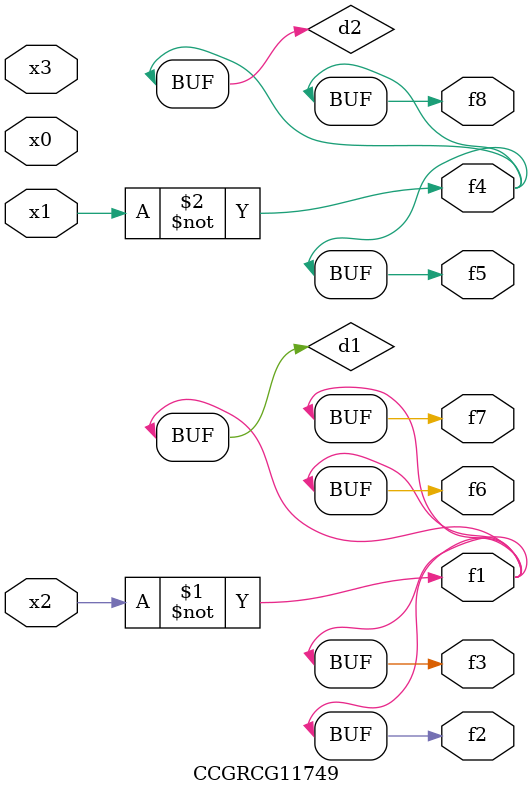
<source format=v>
module CCGRCG11749(
	input x0, x1, x2, x3,
	output f1, f2, f3, f4, f5, f6, f7, f8
);

	wire d1, d2;

	xnor (d1, x2);
	not (d2, x1);
	assign f1 = d1;
	assign f2 = d1;
	assign f3 = d1;
	assign f4 = d2;
	assign f5 = d2;
	assign f6 = d1;
	assign f7 = d1;
	assign f8 = d2;
endmodule

</source>
